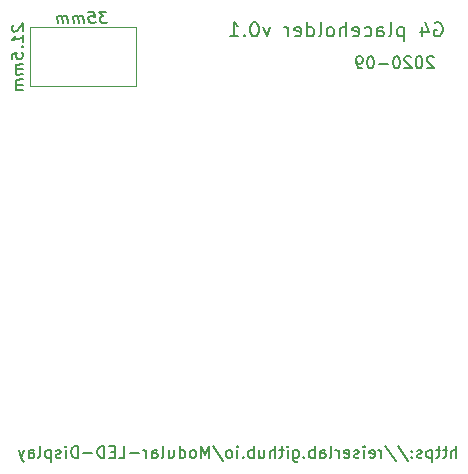
<source format=gbr>
%TF.GenerationSoftware,KiCad,Pcbnew,5.1.6*%
%TF.CreationDate,2020-09-08T10:01:19-04:00*%
%TF.ProjectId,placeholder,706c6163-6568-46f6-9c64-65722e6b6963,rev?*%
%TF.SameCoordinates,Original*%
%TF.FileFunction,Legend,Bot*%
%TF.FilePolarity,Positive*%
%FSLAX46Y46*%
G04 Gerber Fmt 4.6, Leading zero omitted, Abs format (unit mm)*
G04 Created by KiCad (PCBNEW 5.1.6) date 2020-09-08 10:01:19*
%MOMM*%
%LPD*%
G01*
G04 APERTURE LIST*
%ADD10C,0.150000*%
%ADD11C,0.120000*%
G04 APERTURE END LIST*
D10*
X51122857Y-51721056D02*
X51080000Y-51774032D01*
X51037142Y-51874627D01*
X51037142Y-52112723D01*
X51080000Y-52202604D01*
X51122857Y-52244866D01*
X51208571Y-52281770D01*
X51294285Y-52271056D01*
X51422857Y-52207366D01*
X51937142Y-51571651D01*
X51937142Y-52190699D01*
X51937142Y-53143080D02*
X51937142Y-52571651D01*
X51937142Y-52857366D02*
X51037142Y-52969866D01*
X51165714Y-52858556D01*
X51251428Y-52752604D01*
X51294285Y-52652008D01*
X51851428Y-53582366D02*
X51894285Y-53624627D01*
X51937142Y-53571651D01*
X51894285Y-53529389D01*
X51851428Y-53582366D01*
X51937142Y-53571651D01*
X51037142Y-54636532D02*
X51037142Y-54160342D01*
X51465714Y-54059151D01*
X51422857Y-54112127D01*
X51380000Y-54212723D01*
X51380000Y-54450818D01*
X51422857Y-54540699D01*
X51465714Y-54582961D01*
X51551428Y-54619866D01*
X51765714Y-54593080D01*
X51851428Y-54534747D01*
X51894285Y-54481770D01*
X51937142Y-54381175D01*
X51937142Y-54143080D01*
X51894285Y-54053199D01*
X51851428Y-54010937D01*
X51937142Y-55000223D02*
X51337142Y-55075223D01*
X51422857Y-55064508D02*
X51380000Y-55117485D01*
X51337142Y-55218080D01*
X51337142Y-55360937D01*
X51380000Y-55450818D01*
X51465714Y-55487723D01*
X51937142Y-55428794D01*
X51465714Y-55487723D02*
X51380000Y-55546056D01*
X51337142Y-55646651D01*
X51337142Y-55789508D01*
X51380000Y-55879389D01*
X51465714Y-55916294D01*
X51937142Y-55857366D01*
X51937142Y-56333556D02*
X51337142Y-56408556D01*
X51422857Y-56397842D02*
X51380000Y-56450818D01*
X51337142Y-56551413D01*
X51337142Y-56694270D01*
X51380000Y-56784151D01*
X51465714Y-56821056D01*
X51937142Y-56762127D01*
X51465714Y-56821056D02*
X51380000Y-56879389D01*
X51337142Y-56979985D01*
X51337142Y-57122842D01*
X51380000Y-57212723D01*
X51465714Y-57249627D01*
X51937142Y-57190699D01*
X59011562Y-50637142D02*
X58392514Y-50637142D01*
X58768705Y-50980000D01*
X58625848Y-50980000D01*
X58535967Y-51022857D01*
X58493705Y-51065714D01*
X58456800Y-51151428D01*
X58483586Y-51365714D01*
X58541919Y-51451428D01*
X58594895Y-51494285D01*
X58695491Y-51537142D01*
X58981205Y-51537142D01*
X59071086Y-51494285D01*
X59113348Y-51451428D01*
X57487752Y-50637142D02*
X57963943Y-50637142D01*
X58065133Y-51065714D01*
X58012157Y-51022857D01*
X57911562Y-50980000D01*
X57673467Y-50980000D01*
X57583586Y-51022857D01*
X57541324Y-51065714D01*
X57504419Y-51151428D01*
X57531205Y-51365714D01*
X57589538Y-51451428D01*
X57642514Y-51494285D01*
X57743110Y-51537142D01*
X57981205Y-51537142D01*
X58071086Y-51494285D01*
X58113348Y-51451428D01*
X57124062Y-51537142D02*
X57049062Y-50937142D01*
X57059776Y-51022857D02*
X57006800Y-50980000D01*
X56906205Y-50937142D01*
X56763348Y-50937142D01*
X56673467Y-50980000D01*
X56636562Y-51065714D01*
X56695491Y-51537142D01*
X56636562Y-51065714D02*
X56578229Y-50980000D01*
X56477633Y-50937142D01*
X56334776Y-50937142D01*
X56244895Y-50980000D01*
X56207991Y-51065714D01*
X56266919Y-51537142D01*
X55790729Y-51537142D02*
X55715729Y-50937142D01*
X55726443Y-51022857D02*
X55673467Y-50980000D01*
X55572872Y-50937142D01*
X55430014Y-50937142D01*
X55340133Y-50980000D01*
X55303229Y-51065714D01*
X55362157Y-51537142D01*
X55303229Y-51065714D02*
X55244895Y-50980000D01*
X55144300Y-50937142D01*
X55001443Y-50937142D01*
X54911562Y-50980000D01*
X54874657Y-51065714D01*
X54933586Y-51537142D01*
D11*
X61560000Y-51880000D02*
X52560000Y-51880000D01*
X61560000Y-56880000D02*
X61560000Y-51880000D01*
X52560000Y-56880000D02*
X61560000Y-56880000D01*
X52560000Y-51880000D02*
X52560000Y-56880000D01*
D10*
X88646190Y-88372380D02*
X88646190Y-87372380D01*
X88217619Y-88372380D02*
X88217619Y-87848571D01*
X88265238Y-87753333D01*
X88360476Y-87705714D01*
X88503333Y-87705714D01*
X88598571Y-87753333D01*
X88646190Y-87800952D01*
X87884285Y-87705714D02*
X87503333Y-87705714D01*
X87741428Y-87372380D02*
X87741428Y-88229523D01*
X87693809Y-88324761D01*
X87598571Y-88372380D01*
X87503333Y-88372380D01*
X87312857Y-87705714D02*
X86931904Y-87705714D01*
X87170000Y-87372380D02*
X87170000Y-88229523D01*
X87122380Y-88324761D01*
X87027142Y-88372380D01*
X86931904Y-88372380D01*
X86598571Y-87705714D02*
X86598571Y-88705714D01*
X86598571Y-87753333D02*
X86503333Y-87705714D01*
X86312857Y-87705714D01*
X86217619Y-87753333D01*
X86170000Y-87800952D01*
X86122380Y-87896190D01*
X86122380Y-88181904D01*
X86170000Y-88277142D01*
X86217619Y-88324761D01*
X86312857Y-88372380D01*
X86503333Y-88372380D01*
X86598571Y-88324761D01*
X85741428Y-88324761D02*
X85646190Y-88372380D01*
X85455714Y-88372380D01*
X85360476Y-88324761D01*
X85312857Y-88229523D01*
X85312857Y-88181904D01*
X85360476Y-88086666D01*
X85455714Y-88039047D01*
X85598571Y-88039047D01*
X85693809Y-87991428D01*
X85741428Y-87896190D01*
X85741428Y-87848571D01*
X85693809Y-87753333D01*
X85598571Y-87705714D01*
X85455714Y-87705714D01*
X85360476Y-87753333D01*
X84884285Y-88277142D02*
X84836666Y-88324761D01*
X84884285Y-88372380D01*
X84931904Y-88324761D01*
X84884285Y-88277142D01*
X84884285Y-88372380D01*
X84884285Y-87753333D02*
X84836666Y-87800952D01*
X84884285Y-87848571D01*
X84931904Y-87800952D01*
X84884285Y-87753333D01*
X84884285Y-87848571D01*
X83693809Y-87324761D02*
X84550952Y-88610476D01*
X82646190Y-87324761D02*
X83503333Y-88610476D01*
X82312857Y-88372380D02*
X82312857Y-87705714D01*
X82312857Y-87896190D02*
X82265238Y-87800952D01*
X82217619Y-87753333D01*
X82122380Y-87705714D01*
X82027142Y-87705714D01*
X81312857Y-88324761D02*
X81408095Y-88372380D01*
X81598571Y-88372380D01*
X81693809Y-88324761D01*
X81741428Y-88229523D01*
X81741428Y-87848571D01*
X81693809Y-87753333D01*
X81598571Y-87705714D01*
X81408095Y-87705714D01*
X81312857Y-87753333D01*
X81265238Y-87848571D01*
X81265238Y-87943809D01*
X81741428Y-88039047D01*
X80836666Y-88372380D02*
X80836666Y-87705714D01*
X80836666Y-87372380D02*
X80884285Y-87420000D01*
X80836666Y-87467619D01*
X80789047Y-87420000D01*
X80836666Y-87372380D01*
X80836666Y-87467619D01*
X80408095Y-88324761D02*
X80312857Y-88372380D01*
X80122380Y-88372380D01*
X80027142Y-88324761D01*
X79979523Y-88229523D01*
X79979523Y-88181904D01*
X80027142Y-88086666D01*
X80122380Y-88039047D01*
X80265238Y-88039047D01*
X80360476Y-87991428D01*
X80408095Y-87896190D01*
X80408095Y-87848571D01*
X80360476Y-87753333D01*
X80265238Y-87705714D01*
X80122380Y-87705714D01*
X80027142Y-87753333D01*
X79169999Y-88324761D02*
X79265238Y-88372380D01*
X79455714Y-88372380D01*
X79550952Y-88324761D01*
X79598571Y-88229523D01*
X79598571Y-87848571D01*
X79550952Y-87753333D01*
X79455714Y-87705714D01*
X79265238Y-87705714D01*
X79169999Y-87753333D01*
X79122380Y-87848571D01*
X79122380Y-87943809D01*
X79598571Y-88039047D01*
X78693809Y-88372380D02*
X78693809Y-87705714D01*
X78693809Y-87896190D02*
X78646190Y-87800952D01*
X78598571Y-87753333D01*
X78503333Y-87705714D01*
X78408095Y-87705714D01*
X77931904Y-88372380D02*
X78027142Y-88324761D01*
X78074761Y-88229523D01*
X78074761Y-87372380D01*
X77122380Y-88372380D02*
X77122380Y-87848571D01*
X77169999Y-87753333D01*
X77265238Y-87705714D01*
X77455714Y-87705714D01*
X77550952Y-87753333D01*
X77122380Y-88324761D02*
X77217619Y-88372380D01*
X77455714Y-88372380D01*
X77550952Y-88324761D01*
X77598571Y-88229523D01*
X77598571Y-88134285D01*
X77550952Y-88039047D01*
X77455714Y-87991428D01*
X77217619Y-87991428D01*
X77122380Y-87943809D01*
X76646190Y-88372380D02*
X76646190Y-87372380D01*
X76646190Y-87753333D02*
X76550952Y-87705714D01*
X76360476Y-87705714D01*
X76265238Y-87753333D01*
X76217619Y-87800952D01*
X76170000Y-87896190D01*
X76170000Y-88181904D01*
X76217619Y-88277142D01*
X76265238Y-88324761D01*
X76360476Y-88372380D01*
X76550952Y-88372380D01*
X76646190Y-88324761D01*
X75741428Y-88277142D02*
X75693809Y-88324761D01*
X75741428Y-88372380D01*
X75789047Y-88324761D01*
X75741428Y-88277142D01*
X75741428Y-88372380D01*
X74836666Y-87705714D02*
X74836666Y-88515238D01*
X74884285Y-88610476D01*
X74931904Y-88658095D01*
X75027142Y-88705714D01*
X75170000Y-88705714D01*
X75265238Y-88658095D01*
X74836666Y-88324761D02*
X74931904Y-88372380D01*
X75122380Y-88372380D01*
X75217619Y-88324761D01*
X75265238Y-88277142D01*
X75312857Y-88181904D01*
X75312857Y-87896190D01*
X75265238Y-87800952D01*
X75217619Y-87753333D01*
X75122380Y-87705714D01*
X74931904Y-87705714D01*
X74836666Y-87753333D01*
X74360476Y-88372380D02*
X74360476Y-87705714D01*
X74360476Y-87372380D02*
X74408095Y-87420000D01*
X74360476Y-87467619D01*
X74312857Y-87420000D01*
X74360476Y-87372380D01*
X74360476Y-87467619D01*
X74027142Y-87705714D02*
X73646190Y-87705714D01*
X73884285Y-87372380D02*
X73884285Y-88229523D01*
X73836666Y-88324761D01*
X73741428Y-88372380D01*
X73646190Y-88372380D01*
X73312857Y-88372380D02*
X73312857Y-87372380D01*
X72884285Y-88372380D02*
X72884285Y-87848571D01*
X72931904Y-87753333D01*
X73027142Y-87705714D01*
X73170000Y-87705714D01*
X73265238Y-87753333D01*
X73312857Y-87800952D01*
X71979523Y-87705714D02*
X71979523Y-88372380D01*
X72408095Y-87705714D02*
X72408095Y-88229523D01*
X72360476Y-88324761D01*
X72265238Y-88372380D01*
X72122380Y-88372380D01*
X72027142Y-88324761D01*
X71979523Y-88277142D01*
X71503333Y-88372380D02*
X71503333Y-87372380D01*
X71503333Y-87753333D02*
X71408095Y-87705714D01*
X71217619Y-87705714D01*
X71122380Y-87753333D01*
X71074761Y-87800952D01*
X71027142Y-87896190D01*
X71027142Y-88181904D01*
X71074761Y-88277142D01*
X71122380Y-88324761D01*
X71217619Y-88372380D01*
X71408095Y-88372380D01*
X71503333Y-88324761D01*
X70598571Y-88277142D02*
X70550952Y-88324761D01*
X70598571Y-88372380D01*
X70646190Y-88324761D01*
X70598571Y-88277142D01*
X70598571Y-88372380D01*
X70122380Y-88372380D02*
X70122380Y-87705714D01*
X70122380Y-87372380D02*
X70170000Y-87420000D01*
X70122380Y-87467619D01*
X70074761Y-87420000D01*
X70122380Y-87372380D01*
X70122380Y-87467619D01*
X69503333Y-88372380D02*
X69598571Y-88324761D01*
X69646190Y-88277142D01*
X69693809Y-88181904D01*
X69693809Y-87896190D01*
X69646190Y-87800952D01*
X69598571Y-87753333D01*
X69503333Y-87705714D01*
X69360476Y-87705714D01*
X69265238Y-87753333D01*
X69217619Y-87800952D01*
X69170000Y-87896190D01*
X69170000Y-88181904D01*
X69217619Y-88277142D01*
X69265238Y-88324761D01*
X69360476Y-88372380D01*
X69503333Y-88372380D01*
X68027142Y-87324761D02*
X68884285Y-88610476D01*
X67693809Y-88372380D02*
X67693809Y-87372380D01*
X67360476Y-88086666D01*
X67027142Y-87372380D01*
X67027142Y-88372380D01*
X66408095Y-88372380D02*
X66503333Y-88324761D01*
X66550952Y-88277142D01*
X66598571Y-88181904D01*
X66598571Y-87896190D01*
X66550952Y-87800952D01*
X66503333Y-87753333D01*
X66408095Y-87705714D01*
X66265238Y-87705714D01*
X66170000Y-87753333D01*
X66122380Y-87800952D01*
X66074761Y-87896190D01*
X66074761Y-88181904D01*
X66122380Y-88277142D01*
X66170000Y-88324761D01*
X66265238Y-88372380D01*
X66408095Y-88372380D01*
X65217619Y-88372380D02*
X65217619Y-87372380D01*
X65217619Y-88324761D02*
X65312857Y-88372380D01*
X65503333Y-88372380D01*
X65598571Y-88324761D01*
X65646190Y-88277142D01*
X65693809Y-88181904D01*
X65693809Y-87896190D01*
X65646190Y-87800952D01*
X65598571Y-87753333D01*
X65503333Y-87705714D01*
X65312857Y-87705714D01*
X65217619Y-87753333D01*
X64312857Y-87705714D02*
X64312857Y-88372380D01*
X64741428Y-87705714D02*
X64741428Y-88229523D01*
X64693809Y-88324761D01*
X64598571Y-88372380D01*
X64455714Y-88372380D01*
X64360476Y-88324761D01*
X64312857Y-88277142D01*
X63693809Y-88372380D02*
X63789047Y-88324761D01*
X63836666Y-88229523D01*
X63836666Y-87372380D01*
X62884285Y-88372380D02*
X62884285Y-87848571D01*
X62931904Y-87753333D01*
X63027142Y-87705714D01*
X63217619Y-87705714D01*
X63312857Y-87753333D01*
X62884285Y-88324761D02*
X62979523Y-88372380D01*
X63217619Y-88372380D01*
X63312857Y-88324761D01*
X63360476Y-88229523D01*
X63360476Y-88134285D01*
X63312857Y-88039047D01*
X63217619Y-87991428D01*
X62979523Y-87991428D01*
X62884285Y-87943809D01*
X62408095Y-88372380D02*
X62408095Y-87705714D01*
X62408095Y-87896190D02*
X62360476Y-87800952D01*
X62312857Y-87753333D01*
X62217619Y-87705714D01*
X62122380Y-87705714D01*
X61789047Y-87991428D02*
X61027142Y-87991428D01*
X60074761Y-88372380D02*
X60550952Y-88372380D01*
X60550952Y-87372380D01*
X59741428Y-87848571D02*
X59408095Y-87848571D01*
X59265238Y-88372380D02*
X59741428Y-88372380D01*
X59741428Y-87372380D01*
X59265238Y-87372380D01*
X58836666Y-88372380D02*
X58836666Y-87372380D01*
X58598571Y-87372380D01*
X58455714Y-87420000D01*
X58360476Y-87515238D01*
X58312857Y-87610476D01*
X58265238Y-87800952D01*
X58265238Y-87943809D01*
X58312857Y-88134285D01*
X58360476Y-88229523D01*
X58455714Y-88324761D01*
X58598571Y-88372380D01*
X58836666Y-88372380D01*
X57836666Y-87991428D02*
X57074761Y-87991428D01*
X56598571Y-88372380D02*
X56598571Y-87372380D01*
X56360476Y-87372380D01*
X56217619Y-87420000D01*
X56122380Y-87515238D01*
X56074761Y-87610476D01*
X56027142Y-87800952D01*
X56027142Y-87943809D01*
X56074761Y-88134285D01*
X56122380Y-88229523D01*
X56217619Y-88324761D01*
X56360476Y-88372380D01*
X56598571Y-88372380D01*
X55598571Y-88372380D02*
X55598571Y-87705714D01*
X55598571Y-87372380D02*
X55646190Y-87420000D01*
X55598571Y-87467619D01*
X55550952Y-87420000D01*
X55598571Y-87372380D01*
X55598571Y-87467619D01*
X55169999Y-88324761D02*
X55074761Y-88372380D01*
X54884285Y-88372380D01*
X54789047Y-88324761D01*
X54741428Y-88229523D01*
X54741428Y-88181904D01*
X54789047Y-88086666D01*
X54884285Y-88039047D01*
X55027142Y-88039047D01*
X55122380Y-87991428D01*
X55169999Y-87896190D01*
X55169999Y-87848571D01*
X55122380Y-87753333D01*
X55027142Y-87705714D01*
X54884285Y-87705714D01*
X54789047Y-87753333D01*
X54312857Y-87705714D02*
X54312857Y-88705714D01*
X54312857Y-87753333D02*
X54217619Y-87705714D01*
X54027142Y-87705714D01*
X53931904Y-87753333D01*
X53884285Y-87800952D01*
X53836666Y-87896190D01*
X53836666Y-88181904D01*
X53884285Y-88277142D01*
X53931904Y-88324761D01*
X54027142Y-88372380D01*
X54217619Y-88372380D01*
X54312857Y-88324761D01*
X53265238Y-88372380D02*
X53360476Y-88324761D01*
X53408095Y-88229523D01*
X53408095Y-87372380D01*
X52455714Y-88372380D02*
X52455714Y-87848571D01*
X52503333Y-87753333D01*
X52598571Y-87705714D01*
X52789047Y-87705714D01*
X52884285Y-87753333D01*
X52455714Y-88324761D02*
X52550952Y-88372380D01*
X52789047Y-88372380D01*
X52884285Y-88324761D01*
X52931904Y-88229523D01*
X52931904Y-88134285D01*
X52884285Y-88039047D01*
X52789047Y-87991428D01*
X52550952Y-87991428D01*
X52455714Y-87943809D01*
X52074761Y-87705714D02*
X51836666Y-88372380D01*
X51598571Y-87705714D02*
X51836666Y-88372380D01*
X51931904Y-88610476D01*
X51979523Y-88658095D01*
X52074761Y-88705714D01*
X86725714Y-54467619D02*
X86678095Y-54420000D01*
X86582857Y-54372380D01*
X86344761Y-54372380D01*
X86249523Y-54420000D01*
X86201904Y-54467619D01*
X86154285Y-54562857D01*
X86154285Y-54658095D01*
X86201904Y-54800952D01*
X86773333Y-55372380D01*
X86154285Y-55372380D01*
X85535238Y-54372380D02*
X85440000Y-54372380D01*
X85344761Y-54420000D01*
X85297142Y-54467619D01*
X85249523Y-54562857D01*
X85201904Y-54753333D01*
X85201904Y-54991428D01*
X85249523Y-55181904D01*
X85297142Y-55277142D01*
X85344761Y-55324761D01*
X85440000Y-55372380D01*
X85535238Y-55372380D01*
X85630476Y-55324761D01*
X85678095Y-55277142D01*
X85725714Y-55181904D01*
X85773333Y-54991428D01*
X85773333Y-54753333D01*
X85725714Y-54562857D01*
X85678095Y-54467619D01*
X85630476Y-54420000D01*
X85535238Y-54372380D01*
X84820952Y-54467619D02*
X84773333Y-54420000D01*
X84678095Y-54372380D01*
X84440000Y-54372380D01*
X84344761Y-54420000D01*
X84297142Y-54467619D01*
X84249523Y-54562857D01*
X84249523Y-54658095D01*
X84297142Y-54800952D01*
X84868571Y-55372380D01*
X84249523Y-55372380D01*
X83630476Y-54372380D02*
X83535238Y-54372380D01*
X83440000Y-54420000D01*
X83392380Y-54467619D01*
X83344761Y-54562857D01*
X83297142Y-54753333D01*
X83297142Y-54991428D01*
X83344761Y-55181904D01*
X83392380Y-55277142D01*
X83440000Y-55324761D01*
X83535238Y-55372380D01*
X83630476Y-55372380D01*
X83725714Y-55324761D01*
X83773333Y-55277142D01*
X83820952Y-55181904D01*
X83868571Y-54991428D01*
X83868571Y-54753333D01*
X83820952Y-54562857D01*
X83773333Y-54467619D01*
X83725714Y-54420000D01*
X83630476Y-54372380D01*
X82868571Y-54991428D02*
X82106666Y-54991428D01*
X81440000Y-54372380D02*
X81344761Y-54372380D01*
X81249523Y-54420000D01*
X81201904Y-54467619D01*
X81154285Y-54562857D01*
X81106666Y-54753333D01*
X81106666Y-54991428D01*
X81154285Y-55181904D01*
X81201904Y-55277142D01*
X81249523Y-55324761D01*
X81344761Y-55372380D01*
X81440000Y-55372380D01*
X81535238Y-55324761D01*
X81582857Y-55277142D01*
X81630476Y-55181904D01*
X81678095Y-54991428D01*
X81678095Y-54753333D01*
X81630476Y-54562857D01*
X81582857Y-54467619D01*
X81535238Y-54420000D01*
X81440000Y-54372380D01*
X80630476Y-55372380D02*
X80440000Y-55372380D01*
X80344761Y-55324761D01*
X80297142Y-55277142D01*
X80201904Y-55134285D01*
X80154285Y-54943809D01*
X80154285Y-54562857D01*
X80201904Y-54467619D01*
X80249523Y-54420000D01*
X80344761Y-54372380D01*
X80535238Y-54372380D01*
X80630476Y-54420000D01*
X80678095Y-54467619D01*
X80725714Y-54562857D01*
X80725714Y-54800952D01*
X80678095Y-54896190D01*
X80630476Y-54943809D01*
X80535238Y-54991428D01*
X80344761Y-54991428D01*
X80249523Y-54943809D01*
X80201904Y-54896190D01*
X80154285Y-54800952D01*
X86824285Y-51550000D02*
X86938571Y-51492857D01*
X87110000Y-51492857D01*
X87281428Y-51550000D01*
X87395714Y-51664285D01*
X87452857Y-51778571D01*
X87510000Y-52007142D01*
X87510000Y-52178571D01*
X87452857Y-52407142D01*
X87395714Y-52521428D01*
X87281428Y-52635714D01*
X87110000Y-52692857D01*
X86995714Y-52692857D01*
X86824285Y-52635714D01*
X86767142Y-52578571D01*
X86767142Y-52178571D01*
X86995714Y-52178571D01*
X85738571Y-51892857D02*
X85738571Y-52692857D01*
X86024285Y-51435714D02*
X86310000Y-52292857D01*
X85567142Y-52292857D01*
X84195714Y-51892857D02*
X84195714Y-53092857D01*
X84195714Y-51950000D02*
X84081428Y-51892857D01*
X83852857Y-51892857D01*
X83738571Y-51950000D01*
X83681428Y-52007142D01*
X83624285Y-52121428D01*
X83624285Y-52464285D01*
X83681428Y-52578571D01*
X83738571Y-52635714D01*
X83852857Y-52692857D01*
X84081428Y-52692857D01*
X84195714Y-52635714D01*
X82938571Y-52692857D02*
X83052857Y-52635714D01*
X83110000Y-52521428D01*
X83110000Y-51492857D01*
X81967142Y-52692857D02*
X81967142Y-52064285D01*
X82024285Y-51950000D01*
X82138571Y-51892857D01*
X82367142Y-51892857D01*
X82481428Y-51950000D01*
X81967142Y-52635714D02*
X82081428Y-52692857D01*
X82367142Y-52692857D01*
X82481428Y-52635714D01*
X82538571Y-52521428D01*
X82538571Y-52407142D01*
X82481428Y-52292857D01*
X82367142Y-52235714D01*
X82081428Y-52235714D01*
X81967142Y-52178571D01*
X80881428Y-52635714D02*
X80995714Y-52692857D01*
X81224285Y-52692857D01*
X81338571Y-52635714D01*
X81395714Y-52578571D01*
X81452857Y-52464285D01*
X81452857Y-52121428D01*
X81395714Y-52007142D01*
X81338571Y-51950000D01*
X81224285Y-51892857D01*
X80995714Y-51892857D01*
X80881428Y-51950000D01*
X79910000Y-52635714D02*
X80024285Y-52692857D01*
X80252857Y-52692857D01*
X80367142Y-52635714D01*
X80424285Y-52521428D01*
X80424285Y-52064285D01*
X80367142Y-51950000D01*
X80252857Y-51892857D01*
X80024285Y-51892857D01*
X79910000Y-51950000D01*
X79852857Y-52064285D01*
X79852857Y-52178571D01*
X80424285Y-52292857D01*
X79338571Y-52692857D02*
X79338571Y-51492857D01*
X78824285Y-52692857D02*
X78824285Y-52064285D01*
X78881428Y-51950000D01*
X78995714Y-51892857D01*
X79167142Y-51892857D01*
X79281428Y-51950000D01*
X79338571Y-52007142D01*
X78081428Y-52692857D02*
X78195714Y-52635714D01*
X78252857Y-52578571D01*
X78310000Y-52464285D01*
X78310000Y-52121428D01*
X78252857Y-52007142D01*
X78195714Y-51950000D01*
X78081428Y-51892857D01*
X77910000Y-51892857D01*
X77795714Y-51950000D01*
X77738571Y-52007142D01*
X77681428Y-52121428D01*
X77681428Y-52464285D01*
X77738571Y-52578571D01*
X77795714Y-52635714D01*
X77910000Y-52692857D01*
X78081428Y-52692857D01*
X76995714Y-52692857D02*
X77110000Y-52635714D01*
X77167142Y-52521428D01*
X77167142Y-51492857D01*
X76024285Y-52692857D02*
X76024285Y-51492857D01*
X76024285Y-52635714D02*
X76138571Y-52692857D01*
X76367142Y-52692857D01*
X76481428Y-52635714D01*
X76538571Y-52578571D01*
X76595714Y-52464285D01*
X76595714Y-52121428D01*
X76538571Y-52007142D01*
X76481428Y-51950000D01*
X76367142Y-51892857D01*
X76138571Y-51892857D01*
X76024285Y-51950000D01*
X74995714Y-52635714D02*
X75110000Y-52692857D01*
X75338571Y-52692857D01*
X75452857Y-52635714D01*
X75510000Y-52521428D01*
X75510000Y-52064285D01*
X75452857Y-51950000D01*
X75338571Y-51892857D01*
X75110000Y-51892857D01*
X74995714Y-51950000D01*
X74938571Y-52064285D01*
X74938571Y-52178571D01*
X75510000Y-52292857D01*
X74424285Y-52692857D02*
X74424285Y-51892857D01*
X74424285Y-52121428D02*
X74367142Y-52007142D01*
X74310000Y-51950000D01*
X74195714Y-51892857D01*
X74081428Y-51892857D01*
X72881428Y-51892857D02*
X72595714Y-52692857D01*
X72310000Y-51892857D01*
X71624285Y-51492857D02*
X71510000Y-51492857D01*
X71395714Y-51550000D01*
X71338571Y-51607142D01*
X71281428Y-51721428D01*
X71224285Y-51950000D01*
X71224285Y-52235714D01*
X71281428Y-52464285D01*
X71338571Y-52578571D01*
X71395714Y-52635714D01*
X71510000Y-52692857D01*
X71624285Y-52692857D01*
X71738571Y-52635714D01*
X71795714Y-52578571D01*
X71852857Y-52464285D01*
X71910000Y-52235714D01*
X71910000Y-51950000D01*
X71852857Y-51721428D01*
X71795714Y-51607142D01*
X71738571Y-51550000D01*
X71624285Y-51492857D01*
X70710000Y-52578571D02*
X70652857Y-52635714D01*
X70710000Y-52692857D01*
X70767142Y-52635714D01*
X70710000Y-52578571D01*
X70710000Y-52692857D01*
X69510000Y-52692857D02*
X70195714Y-52692857D01*
X69852857Y-52692857D02*
X69852857Y-51492857D01*
X69967142Y-51664285D01*
X70081428Y-51778571D01*
X70195714Y-51835714D01*
M02*

</source>
